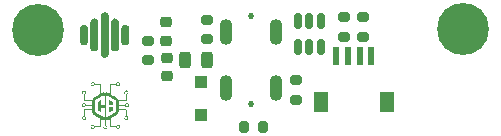
<source format=gbr>
%TF.GenerationSoftware,KiCad,Pcbnew,(6.0.8)*%
%TF.CreationDate,2022-11-05T10:38:12+01:00*%
%TF.ProjectId,daughterboard,64617567-6874-4657-9262-6f6172642e6b,1.0*%
%TF.SameCoordinates,Original*%
%TF.FileFunction,Soldermask,Top*%
%TF.FilePolarity,Negative*%
%FSLAX46Y46*%
G04 Gerber Fmt 4.6, Leading zero omitted, Abs format (unit mm)*
G04 Created by KiCad (PCBNEW (6.0.8)) date 2022-11-05 10:38:12*
%MOMM*%
%LPD*%
G01*
G04 APERTURE LIST*
G04 Aperture macros list*
%AMRoundRect*
0 Rectangle with rounded corners*
0 $1 Rounding radius*
0 $2 $3 $4 $5 $6 $7 $8 $9 X,Y pos of 4 corners*
0 Add a 4 corners polygon primitive as box body*
4,1,4,$2,$3,$4,$5,$6,$7,$8,$9,$2,$3,0*
0 Add four circle primitives for the rounded corners*
1,1,$1+$1,$2,$3*
1,1,$1+$1,$4,$5*
1,1,$1+$1,$6,$7*
1,1,$1+$1,$8,$9*
0 Add four rect primitives between the rounded corners*
20,1,$1+$1,$2,$3,$4,$5,0*
20,1,$1+$1,$4,$5,$6,$7,0*
20,1,$1+$1,$6,$7,$8,$9,0*
20,1,$1+$1,$8,$9,$2,$3,0*%
G04 Aperture macros list end*
%ADD10R,0.600000X1.550000*%
%ADD11R,1.200000X1.800000*%
%ADD12RoundRect,0.225000X0.250000X-0.225000X0.250000X0.225000X-0.250000X0.225000X-0.250000X-0.225000X0*%
%ADD13R,1.100000X1.100000*%
%ADD14RoundRect,0.170000X0.330000X-0.255000X0.330000X0.255000X-0.330000X0.255000X-0.330000X-0.255000X0*%
%ADD15RoundRect,0.150000X0.150000X-0.512500X0.150000X0.512500X-0.150000X0.512500X-0.150000X-0.512500X0*%
%ADD16RoundRect,0.170000X0.255000X0.330000X-0.255000X0.330000X-0.255000X-0.330000X0.255000X-0.330000X0*%
%ADD17RoundRect,0.200000X-0.275000X0.200000X-0.275000X-0.200000X0.275000X-0.200000X0.275000X0.200000X0*%
%ADD18RoundRect,0.243750X0.243750X0.456250X-0.243750X0.456250X-0.243750X-0.456250X0.243750X-0.456250X0*%
%ADD19C,4.400000*%
%ADD20RoundRect,0.225000X-0.250000X0.225000X-0.250000X-0.225000X0.250000X-0.225000X0.250000X0.225000X0*%
%ADD21RoundRect,0.200000X0.275000X-0.200000X0.275000X0.200000X-0.275000X0.200000X-0.275000X-0.200000X0*%
%ADD22O,1.100000X2.200000*%
%ADD23C,0.520000*%
G04 APERTURE END LIST*
%TO.C,G\u002A\u002A\u002A*%
G36*
X90558000Y-60037813D02*
G01*
X90563126Y-60040054D01*
X90574659Y-60045267D01*
X90591746Y-60053061D01*
X90613533Y-60063045D01*
X90639168Y-60074828D01*
X90667799Y-60088020D01*
X90698572Y-60102229D01*
X90700000Y-60102889D01*
X90835000Y-60165297D01*
X90835000Y-60432000D01*
X90551000Y-60432000D01*
X90551000Y-60233572D01*
X90551012Y-60188602D01*
X90551066Y-60150991D01*
X90551183Y-60120094D01*
X90551387Y-60095271D01*
X90551700Y-60075877D01*
X90552146Y-60061271D01*
X90552748Y-60050811D01*
X90553528Y-60043853D01*
X90554510Y-60039756D01*
X90555716Y-60037877D01*
X90557170Y-60037573D01*
X90558000Y-60037813D01*
G37*
G36*
X91826890Y-59360035D02*
G01*
X91836379Y-59324589D01*
X91851594Y-59293756D01*
X91871669Y-59267671D01*
X91895737Y-59246467D01*
X91922934Y-59230280D01*
X91952393Y-59219246D01*
X91983249Y-59213498D01*
X92014636Y-59213171D01*
X92045688Y-59218401D01*
X92075539Y-59229323D01*
X92103324Y-59246070D01*
X92128177Y-59268779D01*
X92149232Y-59297583D01*
X92155410Y-59308865D01*
X92168289Y-59342586D01*
X92173793Y-59377068D01*
X92172327Y-59411317D01*
X92164297Y-59444338D01*
X92150106Y-59475135D01*
X92130161Y-59502716D01*
X92104865Y-59526084D01*
X92074624Y-59544246D01*
X92056685Y-59551436D01*
X92033000Y-59559430D01*
X92029000Y-60071822D01*
X92006820Y-60094000D01*
X91337000Y-60096140D01*
X91335791Y-60264098D01*
X91334583Y-60432057D01*
X91597068Y-60431028D01*
X91859552Y-60430000D01*
X91866340Y-60409947D01*
X91881675Y-60376083D01*
X91902678Y-60346961D01*
X91928459Y-60323128D01*
X91958129Y-60305132D01*
X91990799Y-60293519D01*
X92025580Y-60288836D01*
X92059352Y-60291233D01*
X92095413Y-60301158D01*
X92127748Y-60317548D01*
X92155574Y-60339700D01*
X92178105Y-60366913D01*
X92194556Y-60398483D01*
X92200830Y-60417840D01*
X92206439Y-60454397D01*
X92204607Y-60489954D01*
X92195894Y-60523654D01*
X92180856Y-60554637D01*
X92160053Y-60582044D01*
X92134042Y-60605016D01*
X92103382Y-60622695D01*
X92068631Y-60634221D01*
X92058964Y-60636109D01*
X92023984Y-60638084D01*
X91989561Y-60632696D01*
X91956850Y-60620560D01*
X91927006Y-60602289D01*
X91901184Y-60578499D01*
X91880539Y-60549804D01*
X91874362Y-60537893D01*
X91862245Y-60511999D01*
X91599252Y-60512000D01*
X91336259Y-60512000D01*
X91333641Y-60581000D01*
X91332802Y-60607700D01*
X91332074Y-60639643D01*
X91331501Y-60674073D01*
X91331132Y-60708234D01*
X91331012Y-60736933D01*
X91331000Y-60823866D01*
X92006820Y-60826000D01*
X92017910Y-60837088D01*
X92029000Y-60848177D01*
X92031000Y-61110373D01*
X92033000Y-61372568D01*
X92056685Y-61380563D01*
X92089338Y-61395579D01*
X92117570Y-61416555D01*
X92140772Y-61442481D01*
X92158341Y-61472350D01*
X92169670Y-61505154D01*
X92174153Y-61539884D01*
X92171802Y-61572139D01*
X92162099Y-61607570D01*
X92146442Y-61638684D01*
X92125722Y-61665192D01*
X92100832Y-61686804D01*
X92072662Y-61703233D01*
X92042106Y-61714188D01*
X92010053Y-61719382D01*
X91977397Y-61718524D01*
X91945029Y-61711325D01*
X91913839Y-61697497D01*
X91884721Y-61676751D01*
X91875558Y-61668177D01*
X91852925Y-61640301D01*
X91837108Y-61609552D01*
X91827940Y-61576955D01*
X91825251Y-61543534D01*
X91825809Y-61538417D01*
X91891340Y-61538417D01*
X91893881Y-61565319D01*
X91902708Y-61590122D01*
X91917067Y-61611780D01*
X91936202Y-61629247D01*
X91959358Y-61641476D01*
X91985779Y-61647420D01*
X91995000Y-61647824D01*
X92017384Y-61645328D01*
X92035000Y-61639685D01*
X92058841Y-61625013D01*
X92077633Y-61605549D01*
X92090838Y-61582603D01*
X92097917Y-61557486D01*
X92098334Y-61531506D01*
X92091551Y-61505974D01*
X92090685Y-61504000D01*
X92075396Y-61479212D01*
X92055096Y-61460056D01*
X92030931Y-61447057D01*
X92004049Y-61440739D01*
X91975596Y-61441628D01*
X91961464Y-61444843D01*
X91946798Y-61452000D01*
X91930785Y-61464237D01*
X91915552Y-61479428D01*
X91903226Y-61495447D01*
X91895932Y-61510166D01*
X91895843Y-61510464D01*
X91891340Y-61538417D01*
X91825809Y-61538417D01*
X91828871Y-61510314D01*
X91838632Y-61478319D01*
X91854363Y-61448574D01*
X91875896Y-61422104D01*
X91903061Y-61399932D01*
X91921637Y-61389294D01*
X91951000Y-61374783D01*
X91951000Y-60904000D01*
X91332245Y-60904000D01*
X91329780Y-60961000D01*
X91325500Y-61015304D01*
X91317448Y-61063586D01*
X91305322Y-61107032D01*
X91288817Y-61146829D01*
X91276458Y-61169841D01*
X91260636Y-61193155D01*
X91239959Y-61218248D01*
X91216513Y-61242925D01*
X91192388Y-61264991D01*
X91169670Y-61282249D01*
X91169396Y-61282430D01*
X91161977Y-61287058D01*
X91148271Y-61295333D01*
X91128908Y-61306883D01*
X91104519Y-61321336D01*
X91075734Y-61338320D01*
X91043184Y-61357464D01*
X91007500Y-61378395D01*
X90969311Y-61400744D01*
X90929249Y-61424137D01*
X90905396Y-61438041D01*
X90665000Y-61578082D01*
X90662954Y-62248000D01*
X90893102Y-62248000D01*
X90941894Y-62247988D01*
X90983298Y-62247940D01*
X91017923Y-62247838D01*
X91046381Y-62247663D01*
X91069283Y-62247397D01*
X91087240Y-62247021D01*
X91100863Y-62246518D01*
X91110763Y-62245868D01*
X91117552Y-62245053D01*
X91121839Y-62244056D01*
X91124235Y-62242856D01*
X91125353Y-62241437D01*
X91125520Y-62241000D01*
X91134399Y-62219387D01*
X91146781Y-62196733D01*
X91160757Y-62176250D01*
X91171190Y-62164190D01*
X91199170Y-62141391D01*
X91229812Y-62125501D01*
X91262157Y-62116297D01*
X91295241Y-62113557D01*
X91328105Y-62117056D01*
X91359785Y-62126573D01*
X91389322Y-62141884D01*
X91415753Y-62162767D01*
X91438118Y-62188999D01*
X91455454Y-62220356D01*
X91459651Y-62231067D01*
X91465838Y-62256911D01*
X91468048Y-62286319D01*
X91466282Y-62315917D01*
X91460540Y-62342326D01*
X91459651Y-62344932D01*
X91443999Y-62377802D01*
X91422688Y-62406003D01*
X91396706Y-62429066D01*
X91367042Y-62446524D01*
X91334682Y-62457909D01*
X91300617Y-62462754D01*
X91265833Y-62460589D01*
X91233748Y-62451892D01*
X91200252Y-62435039D01*
X91171671Y-62412016D01*
X91148540Y-62383349D01*
X91132629Y-62352676D01*
X91123413Y-62330000D01*
X90607177Y-62326000D01*
X90596088Y-62314910D01*
X90585000Y-62303820D01*
X90584957Y-62296566D01*
X91189156Y-62296566D01*
X91193745Y-62322207D01*
X91204332Y-62345560D01*
X91220276Y-62365590D01*
X91240937Y-62381260D01*
X91265676Y-62391537D01*
X91293853Y-62395385D01*
X91295000Y-62395391D01*
X91310158Y-62394512D01*
X91324164Y-62392275D01*
X91329736Y-62390695D01*
X91355246Y-62377309D01*
X91375910Y-62358331D01*
X91390893Y-62334945D01*
X91399355Y-62308335D01*
X91400963Y-62290000D01*
X91397265Y-62261693D01*
X91386784Y-62236464D01*
X91370440Y-62215228D01*
X91349150Y-62198897D01*
X91323834Y-62188386D01*
X91295410Y-62184609D01*
X91295000Y-62184608D01*
X91265963Y-62188262D01*
X91240300Y-62198902D01*
X91218795Y-62216049D01*
X91202232Y-62239220D01*
X91200529Y-62242557D01*
X91191204Y-62269671D01*
X91189156Y-62296566D01*
X90584957Y-62296566D01*
X90583000Y-61964438D01*
X90581000Y-61625055D01*
X90547000Y-61645546D01*
X90509963Y-61664811D01*
X90469371Y-61680549D01*
X90426753Y-61692503D01*
X90383636Y-61700417D01*
X90341550Y-61704034D01*
X90302022Y-61703100D01*
X90266581Y-61697356D01*
X90256000Y-61694348D01*
X90247000Y-61691460D01*
X90247000Y-61925855D01*
X90247011Y-61975129D01*
X90247058Y-62017008D01*
X90247157Y-62052098D01*
X90247328Y-62081003D01*
X90247587Y-62104331D01*
X90247953Y-62122685D01*
X90248443Y-62136671D01*
X90249076Y-62146894D01*
X90249869Y-62153961D01*
X90250840Y-62158476D01*
X90252008Y-62161044D01*
X90253390Y-62162271D01*
X90254000Y-62162520D01*
X90289395Y-62177874D01*
X90319950Y-62199089D01*
X90345070Y-62225475D01*
X90364160Y-62256340D01*
X90376625Y-62290995D01*
X90380082Y-62308786D01*
X90381331Y-62344194D01*
X90375271Y-62378332D01*
X90362585Y-62410284D01*
X90343955Y-62439134D01*
X90320064Y-62463966D01*
X90291596Y-62483865D01*
X90259233Y-62497916D01*
X90234655Y-62503776D01*
X90219150Y-62506166D01*
X90208232Y-62507205D01*
X90198603Y-62506898D01*
X90186968Y-62505251D01*
X90179000Y-62503861D01*
X90143783Y-62493877D01*
X90112240Y-62477594D01*
X90085009Y-62455890D01*
X90062730Y-62429641D01*
X90046040Y-62399721D01*
X90035579Y-62367008D01*
X90031985Y-62332377D01*
X90032814Y-62322417D01*
X90107340Y-62322417D01*
X90109881Y-62349319D01*
X90118708Y-62374122D01*
X90133067Y-62395780D01*
X90152202Y-62413247D01*
X90175358Y-62425476D01*
X90201779Y-62431420D01*
X90211000Y-62431824D01*
X90233384Y-62429328D01*
X90251000Y-62423685D01*
X90274841Y-62409013D01*
X90293633Y-62389549D01*
X90306838Y-62366603D01*
X90313917Y-62341486D01*
X90314334Y-62315506D01*
X90307551Y-62289974D01*
X90306685Y-62288000D01*
X90291396Y-62263212D01*
X90271096Y-62244056D01*
X90246931Y-62231057D01*
X90220049Y-62224739D01*
X90191596Y-62225628D01*
X90177464Y-62228843D01*
X90162798Y-62236000D01*
X90146785Y-62248237D01*
X90131552Y-62263428D01*
X90119226Y-62279447D01*
X90111932Y-62294166D01*
X90111843Y-62294464D01*
X90107340Y-62322417D01*
X90032814Y-62322417D01*
X90034237Y-62305328D01*
X90044088Y-62269394D01*
X90060814Y-62236944D01*
X90083783Y-62208693D01*
X90112361Y-62185362D01*
X90145918Y-62167667D01*
X90160000Y-62162520D01*
X90161485Y-62161649D01*
X90162744Y-62159669D01*
X90163797Y-62155968D01*
X90164661Y-62149934D01*
X90165355Y-62140957D01*
X90165897Y-62128424D01*
X90166306Y-62111724D01*
X90166600Y-62090245D01*
X90166798Y-62063377D01*
X90166918Y-62030507D01*
X90166979Y-61991024D01*
X90166999Y-61944316D01*
X90167000Y-61930493D01*
X90167000Y-61700735D01*
X90146910Y-61707159D01*
X90126716Y-61710761D01*
X90100793Y-61710937D01*
X90070523Y-61707931D01*
X90037288Y-61701983D01*
X90002469Y-61693337D01*
X89967448Y-61682233D01*
X89937000Y-61670383D01*
X89917944Y-61661853D01*
X89899277Y-61652851D01*
X89883705Y-61644713D01*
X89877000Y-61640815D01*
X89857000Y-61628360D01*
X89853000Y-62303820D01*
X89830822Y-62326000D01*
X89568633Y-62328000D01*
X89306445Y-62330000D01*
X89299658Y-62350052D01*
X89284342Y-62383872D01*
X89263358Y-62412974D01*
X89237601Y-62436807D01*
X89207965Y-62454819D01*
X89175346Y-62466460D01*
X89140637Y-62471179D01*
X89106860Y-62468802D01*
X89071341Y-62459088D01*
X89040161Y-62443430D01*
X89013607Y-62422717D01*
X88991968Y-62397837D01*
X88975531Y-62369679D01*
X88964585Y-62339132D01*
X88959417Y-62307085D01*
X88959707Y-62296566D01*
X89029156Y-62296566D01*
X89033745Y-62322207D01*
X89044332Y-62345560D01*
X89060276Y-62365590D01*
X89080937Y-62381260D01*
X89105676Y-62391537D01*
X89133853Y-62395385D01*
X89135000Y-62395391D01*
X89150158Y-62394512D01*
X89164164Y-62392275D01*
X89169736Y-62390695D01*
X89195437Y-62377323D01*
X89215850Y-62358776D01*
X89230499Y-62336227D01*
X89238913Y-62310850D01*
X89240617Y-62283819D01*
X89235139Y-62256306D01*
X89229470Y-62242557D01*
X89213589Y-62218658D01*
X89192666Y-62200722D01*
X89167486Y-62189232D01*
X89138833Y-62184668D01*
X89135000Y-62184608D01*
X89105963Y-62188262D01*
X89080300Y-62198902D01*
X89058795Y-62216049D01*
X89042232Y-62239220D01*
X89040529Y-62242557D01*
X89031204Y-62269671D01*
X89029156Y-62296566D01*
X88959707Y-62296566D01*
X88960316Y-62274426D01*
X88967570Y-62242043D01*
X88981467Y-62210826D01*
X89002295Y-62181663D01*
X89010822Y-62172558D01*
X89038698Y-62149925D01*
X89069447Y-62134108D01*
X89102044Y-62124940D01*
X89135465Y-62122251D01*
X89168685Y-62125871D01*
X89200680Y-62135632D01*
X89230425Y-62151363D01*
X89256895Y-62172896D01*
X89279067Y-62200061D01*
X89289705Y-62218637D01*
X89304216Y-62248000D01*
X89779045Y-62248000D01*
X89778022Y-61915145D01*
X89777000Y-61582290D01*
X89532427Y-61446145D01*
X89490996Y-61423044D01*
X89451102Y-61400730D01*
X89413380Y-61379561D01*
X89378464Y-61359896D01*
X89346989Y-61342095D01*
X89319587Y-61326517D01*
X89296892Y-61313520D01*
X89279540Y-61303464D01*
X89268164Y-61296707D01*
X89264427Y-61294358D01*
X89243160Y-61278379D01*
X89219876Y-61257965D01*
X89196917Y-61235387D01*
X89176627Y-61212917D01*
X89164672Y-61197644D01*
X89139906Y-61156698D01*
X89120310Y-61110804D01*
X89106267Y-61061426D01*
X89098162Y-61010028D01*
X89096380Y-60958074D01*
X89097250Y-60941000D01*
X89099951Y-60904000D01*
X88471000Y-60904000D01*
X88471000Y-61374783D01*
X88500362Y-61389294D01*
X88531202Y-61408724D01*
X88556513Y-61433249D01*
X88575964Y-61461883D01*
X88589228Y-61493644D01*
X88595975Y-61527545D01*
X88595875Y-61562604D01*
X88588599Y-61597834D01*
X88578557Y-61623118D01*
X88559915Y-61653091D01*
X88536308Y-61677671D01*
X88508774Y-61696714D01*
X88478351Y-61710076D01*
X88446078Y-61717614D01*
X88412992Y-61719185D01*
X88380132Y-61714645D01*
X88348535Y-61703851D01*
X88319241Y-61686659D01*
X88293288Y-61662926D01*
X88292973Y-61662569D01*
X88271271Y-61632396D01*
X88256741Y-61600161D01*
X88249134Y-61566792D01*
X88248456Y-61542403D01*
X88323304Y-61542403D01*
X88326533Y-61570081D01*
X88336396Y-61595171D01*
X88351876Y-61616706D01*
X88371955Y-61633723D01*
X88395617Y-61645255D01*
X88421845Y-61650337D01*
X88436757Y-61650056D01*
X88451904Y-61647093D01*
X88469009Y-61641553D01*
X88478199Y-61637588D01*
X88500986Y-61622187D01*
X88518368Y-61601435D01*
X88529694Y-61576414D01*
X88534316Y-61548207D01*
X88534391Y-61544000D01*
X88530737Y-61514963D01*
X88520097Y-61489300D01*
X88502950Y-61467795D01*
X88479779Y-61451232D01*
X88476442Y-61449529D01*
X88449414Y-61440255D01*
X88422536Y-61438240D01*
X88396860Y-61442846D01*
X88373437Y-61453435D01*
X88353319Y-61469371D01*
X88337555Y-61490015D01*
X88327198Y-61514731D01*
X88323304Y-61542403D01*
X88248456Y-61542403D01*
X88248201Y-61533217D01*
X88253694Y-61500363D01*
X88265363Y-61469159D01*
X88282960Y-61440530D01*
X88306237Y-61415406D01*
X88334943Y-61394714D01*
X88368831Y-61379381D01*
X88368947Y-61379341D01*
X88389000Y-61372554D01*
X88391000Y-61110366D01*
X88393000Y-60848177D01*
X88404089Y-60837088D01*
X88415179Y-60826000D01*
X89098999Y-60823868D01*
X89098999Y-60667934D01*
X89099000Y-60512000D01*
X88560216Y-60512000D01*
X88545705Y-60541362D01*
X88526275Y-60572202D01*
X88501750Y-60597513D01*
X88473116Y-60616964D01*
X88441355Y-60630228D01*
X88407454Y-60636975D01*
X88372395Y-60636875D01*
X88337165Y-60629599D01*
X88311881Y-60619557D01*
X88281908Y-60600915D01*
X88257328Y-60577308D01*
X88238285Y-60549774D01*
X88224923Y-60519351D01*
X88217385Y-60487078D01*
X88216886Y-60476566D01*
X88285156Y-60476566D01*
X88289745Y-60502207D01*
X88300332Y-60525560D01*
X88316276Y-60545590D01*
X88336937Y-60561260D01*
X88361676Y-60571537D01*
X88389853Y-60575385D01*
X88391000Y-60575391D01*
X88406158Y-60574512D01*
X88420164Y-60572275D01*
X88425736Y-60570695D01*
X88451437Y-60557323D01*
X88471850Y-60538776D01*
X88486499Y-60516227D01*
X88491814Y-60500196D01*
X89339137Y-60500196D01*
X89339138Y-60546000D01*
X89339140Y-60614493D01*
X89339160Y-60675476D01*
X89339220Y-60729436D01*
X89339341Y-60776862D01*
X89339546Y-60818242D01*
X89339857Y-60854066D01*
X89340295Y-60884822D01*
X89340882Y-60910999D01*
X89341640Y-60933086D01*
X89342591Y-60951570D01*
X89343756Y-60966941D01*
X89345158Y-60979688D01*
X89346819Y-60990299D01*
X89348759Y-60999263D01*
X89351002Y-61007068D01*
X89353569Y-61014203D01*
X89356481Y-61021158D01*
X89359761Y-61028419D01*
X89360806Y-61030701D01*
X89365809Y-61040879D01*
X89371414Y-61050311D01*
X89378198Y-61059413D01*
X89386738Y-61068604D01*
X89397610Y-61078302D01*
X89411392Y-61088925D01*
X89428660Y-61100890D01*
X89449992Y-61114616D01*
X89475964Y-61130520D01*
X89507153Y-61149021D01*
X89544137Y-61170536D01*
X89587492Y-61195484D01*
X89591228Y-61197626D01*
X89626061Y-61217627D01*
X89659369Y-61236809D01*
X89690389Y-61254730D01*
X89718358Y-61270947D01*
X89742516Y-61285016D01*
X89762100Y-61296496D01*
X89776347Y-61304942D01*
X89784497Y-61309913D01*
X89785000Y-61310236D01*
X89792548Y-61314820D01*
X89805792Y-61322529D01*
X89823758Y-61332819D01*
X89845474Y-61345146D01*
X89869968Y-61358969D01*
X89896268Y-61373743D01*
X89923400Y-61388926D01*
X89950393Y-61403975D01*
X89976274Y-61418346D01*
X90000070Y-61431496D01*
X90020810Y-61442882D01*
X90037521Y-61451962D01*
X90049230Y-61458191D01*
X90054966Y-61461027D01*
X90055000Y-61461040D01*
X90067132Y-61463329D01*
X90083035Y-61463360D01*
X90098861Y-61461313D01*
X90108315Y-61458543D01*
X90124098Y-61448230D01*
X90137542Y-61432628D01*
X90146361Y-61414449D01*
X90146823Y-61412875D01*
X90147629Y-61405843D01*
X90148350Y-61390909D01*
X90148986Y-61368169D01*
X90149536Y-61337720D01*
X90149999Y-61299661D01*
X90150374Y-61254088D01*
X90150660Y-61201097D01*
X90150855Y-61140787D01*
X90150959Y-61073255D01*
X90150977Y-61031000D01*
X90151000Y-60664000D01*
X89879246Y-60664000D01*
X89877000Y-61007362D01*
X89867360Y-61017620D01*
X89853563Y-61027459D01*
X89836398Y-61030782D01*
X89815195Y-61027677D01*
X89807778Y-61025450D01*
X89798099Y-61021507D01*
X89782631Y-61014296D01*
X89762584Y-61004422D01*
X89739169Y-60992493D01*
X89713596Y-60979114D01*
X89690000Y-60966477D01*
X89595000Y-60915027D01*
X89595000Y-60542604D01*
X90283006Y-60542604D01*
X90283009Y-60641389D01*
X90283019Y-60732489D01*
X90283037Y-60816221D01*
X90283068Y-60892900D01*
X90283112Y-60962841D01*
X90283173Y-61026362D01*
X90283252Y-61083776D01*
X90283354Y-61135400D01*
X90283479Y-61181550D01*
X90283630Y-61222541D01*
X90283811Y-61258689D01*
X90284022Y-61290310D01*
X90284268Y-61317719D01*
X90284550Y-61341232D01*
X90284871Y-61361165D01*
X90285234Y-61377834D01*
X90285640Y-61391553D01*
X90286092Y-61402640D01*
X90286593Y-61411409D01*
X90287146Y-61418176D01*
X90287752Y-61423257D01*
X90288415Y-61426968D01*
X90289136Y-61429624D01*
X90289919Y-61431541D01*
X90290006Y-61431715D01*
X90302725Y-61448473D01*
X90320063Y-61459853D01*
X90340260Y-61465303D01*
X90361554Y-61464269D01*
X90377000Y-61458998D01*
X90381566Y-61456471D01*
X90392560Y-61450228D01*
X90409484Y-61440558D01*
X90431839Y-61427746D01*
X90459126Y-61412079D01*
X90490845Y-61393845D01*
X90526499Y-61373330D01*
X90565588Y-61350820D01*
X90607614Y-61326603D01*
X90652078Y-61300965D01*
X90698480Y-61274193D01*
X90704772Y-61270561D01*
X90763082Y-61236865D01*
X90814781Y-61206895D01*
X90860224Y-61180439D01*
X90899764Y-61157284D01*
X90933753Y-61137219D01*
X90962546Y-61120031D01*
X90986496Y-61105508D01*
X91005956Y-61093438D01*
X91021280Y-61083608D01*
X91032821Y-61075806D01*
X91040932Y-61069820D01*
X91045396Y-61066000D01*
X91051284Y-61060447D01*
X91056457Y-61055451D01*
X91060967Y-61050485D01*
X91064866Y-61045018D01*
X91068204Y-61038522D01*
X91071035Y-61030469D01*
X91073409Y-61020330D01*
X91075379Y-61007576D01*
X91076997Y-60991679D01*
X91078313Y-60972109D01*
X91079381Y-60948338D01*
X91080251Y-60919837D01*
X91080975Y-60886079D01*
X91081606Y-60846533D01*
X91082195Y-60800671D01*
X91082793Y-60747964D01*
X91083453Y-60687885D01*
X91083585Y-60676000D01*
X91084160Y-60621332D01*
X91084677Y-60565817D01*
X91085131Y-60510440D01*
X91085372Y-60476566D01*
X91925156Y-60476566D01*
X91929745Y-60502207D01*
X91940332Y-60525560D01*
X91956276Y-60545590D01*
X91976937Y-60561260D01*
X92001676Y-60571537D01*
X92029853Y-60575385D01*
X92031000Y-60575391D01*
X92046158Y-60574512D01*
X92060164Y-60572275D01*
X92065736Y-60570695D01*
X92091246Y-60557309D01*
X92111910Y-60538331D01*
X92126893Y-60514945D01*
X92135355Y-60488335D01*
X92136963Y-60470000D01*
X92133265Y-60441693D01*
X92122784Y-60416464D01*
X92106440Y-60395228D01*
X92085150Y-60378897D01*
X92059834Y-60368386D01*
X92031410Y-60364609D01*
X92031000Y-60364608D01*
X92001963Y-60368262D01*
X91976300Y-60378902D01*
X91954795Y-60396049D01*
X91938232Y-60419220D01*
X91936529Y-60422557D01*
X91927204Y-60449671D01*
X91925156Y-60476566D01*
X91085372Y-60476566D01*
X91085517Y-60456187D01*
X91085830Y-60404044D01*
X91086064Y-60354996D01*
X91086214Y-60310028D01*
X91086275Y-60270126D01*
X91086241Y-60236275D01*
X91086111Y-60210000D01*
X91085806Y-60172852D01*
X91085501Y-60142812D01*
X91085136Y-60118986D01*
X91084650Y-60100480D01*
X91083981Y-60086403D01*
X91083068Y-60075862D01*
X91081851Y-60067962D01*
X91080269Y-60061812D01*
X91078259Y-60056519D01*
X91075762Y-60051189D01*
X91075179Y-60050000D01*
X91071609Y-60042902D01*
X91067935Y-60036327D01*
X91063733Y-60030003D01*
X91058581Y-60023661D01*
X91052058Y-60017029D01*
X91043741Y-60009836D01*
X91033207Y-60001812D01*
X91020035Y-59992686D01*
X91003803Y-59982188D01*
X90984087Y-59970046D01*
X90960467Y-59955990D01*
X90932519Y-59939749D01*
X90899822Y-59921053D01*
X90861953Y-59899630D01*
X90818490Y-59875211D01*
X90769011Y-59847523D01*
X90713093Y-59816297D01*
X90694674Y-59806018D01*
X90639273Y-59775105D01*
X90590412Y-59747863D01*
X90547647Y-59724060D01*
X90510537Y-59703464D01*
X90478637Y-59685843D01*
X90451503Y-59670965D01*
X90428694Y-59658599D01*
X90409765Y-59648511D01*
X90394274Y-59640471D01*
X90381776Y-59634246D01*
X90371830Y-59629605D01*
X90363990Y-59626315D01*
X90357815Y-59624145D01*
X90352861Y-59622862D01*
X90348684Y-59622236D01*
X90344842Y-59622033D01*
X90343000Y-59622018D01*
X90320910Y-59625094D01*
X90303708Y-59634453D01*
X90291161Y-59650234D01*
X90289493Y-59653525D01*
X90288758Y-59655546D01*
X90288080Y-59658597D01*
X90287457Y-59662990D01*
X90286887Y-59669038D01*
X90286367Y-59677055D01*
X90285895Y-59687353D01*
X90285468Y-59700246D01*
X90285085Y-59716045D01*
X90284744Y-59735065D01*
X90284441Y-59757617D01*
X90284175Y-59784016D01*
X90283943Y-59814574D01*
X90283743Y-59849603D01*
X90283573Y-59889418D01*
X90283431Y-59934330D01*
X90283314Y-59984653D01*
X90283219Y-60040700D01*
X90283145Y-60102784D01*
X90283090Y-60171217D01*
X90283050Y-60246313D01*
X90283025Y-60328384D01*
X90283011Y-60417743D01*
X90283006Y-60514705D01*
X90283006Y-60542604D01*
X89595000Y-60542604D01*
X89595000Y-60172815D01*
X89686610Y-60122386D01*
X89712273Y-60108324D01*
X89736537Y-60095147D01*
X89758242Y-60083477D01*
X89776226Y-60073936D01*
X89789328Y-60067145D01*
X89795610Y-60064066D01*
X89811545Y-60058961D01*
X89829414Y-60056437D01*
X89846170Y-60056681D01*
X89858769Y-60059884D01*
X89859221Y-60060118D01*
X89863872Y-60062859D01*
X89867730Y-60066136D01*
X89870871Y-60070672D01*
X89873366Y-60077189D01*
X89875292Y-60086412D01*
X89876721Y-60099063D01*
X89877726Y-60115864D01*
X89878383Y-60137540D01*
X89878765Y-60164813D01*
X89878945Y-60198407D01*
X89878998Y-60239043D01*
X89879000Y-60253801D01*
X89879000Y-60420000D01*
X90151000Y-60420000D01*
X90150977Y-60055000D01*
X90150931Y-59983196D01*
X90150800Y-59919253D01*
X90150584Y-59863034D01*
X90150280Y-59814398D01*
X90149887Y-59773207D01*
X90149404Y-59739324D01*
X90148828Y-59712609D01*
X90148158Y-59692924D01*
X90147393Y-59680131D01*
X90146606Y-59674335D01*
X90137161Y-59653075D01*
X90122633Y-59636441D01*
X90104359Y-59625394D01*
X90083681Y-59620893D01*
X90072801Y-59621406D01*
X90064804Y-59623991D01*
X90050740Y-59630161D01*
X90031449Y-59639464D01*
X90007771Y-59651451D01*
X89980548Y-59665671D01*
X89950619Y-59681673D01*
X89918825Y-59699006D01*
X89886006Y-59717220D01*
X89853002Y-59735864D01*
X89820655Y-59754487D01*
X89789804Y-59772638D01*
X89781000Y-59777904D01*
X89767159Y-59786120D01*
X89747382Y-59797722D01*
X89722677Y-59812125D01*
X89694054Y-59828744D01*
X89662520Y-59846993D01*
X89629085Y-59866287D01*
X89594758Y-59886042D01*
X89577000Y-59896239D01*
X89535651Y-59920037D01*
X89500664Y-59940405D01*
X89471412Y-59957807D01*
X89447269Y-59972708D01*
X89427609Y-59985573D01*
X89411805Y-59996867D01*
X89399231Y-60007054D01*
X89389261Y-60016599D01*
X89381268Y-60025967D01*
X89374627Y-60035623D01*
X89368711Y-60046030D01*
X89364819Y-60053701D01*
X89360812Y-60061821D01*
X89357245Y-60069291D01*
X89354092Y-60076601D01*
X89351327Y-60084240D01*
X89348926Y-60092699D01*
X89346863Y-60102468D01*
X89345112Y-60114036D01*
X89343647Y-60127894D01*
X89342443Y-60144531D01*
X89341475Y-60164438D01*
X89340717Y-60188105D01*
X89340143Y-60216021D01*
X89339727Y-60248676D01*
X89339445Y-60286561D01*
X89339271Y-60330166D01*
X89339178Y-60379980D01*
X89339142Y-60436493D01*
X89339137Y-60500196D01*
X88491814Y-60500196D01*
X88494913Y-60490850D01*
X88496617Y-60463819D01*
X88491139Y-60436306D01*
X88485470Y-60422557D01*
X88469589Y-60398658D01*
X88448666Y-60380722D01*
X88423486Y-60369232D01*
X88394833Y-60364668D01*
X88391000Y-60364608D01*
X88361963Y-60368262D01*
X88336300Y-60378902D01*
X88314795Y-60396049D01*
X88298232Y-60419220D01*
X88296529Y-60422557D01*
X88287204Y-60449671D01*
X88285156Y-60476566D01*
X88216886Y-60476566D01*
X88215814Y-60453992D01*
X88220354Y-60421132D01*
X88231148Y-60389535D01*
X88248340Y-60360241D01*
X88272073Y-60334288D01*
X88272430Y-60333973D01*
X88302604Y-60312271D01*
X88334839Y-60297740D01*
X88368208Y-60290133D01*
X88401783Y-60289201D01*
X88434636Y-60294694D01*
X88465841Y-60306364D01*
X88494469Y-60323961D01*
X88519593Y-60347238D01*
X88540286Y-60375946D01*
X88555621Y-60409835D01*
X88555659Y-60409947D01*
X88562447Y-60430000D01*
X88830723Y-60431028D01*
X89099000Y-60432056D01*
X89098999Y-60264094D01*
X89098999Y-60096131D01*
X88757089Y-60095065D01*
X88415179Y-60094000D01*
X88404089Y-60082911D01*
X88393000Y-60071822D01*
X88391000Y-59815633D01*
X88389000Y-59559445D01*
X88368947Y-59552658D01*
X88335084Y-59537325D01*
X88305963Y-59516323D01*
X88282131Y-59490543D01*
X88264134Y-59460873D01*
X88252520Y-59428204D01*
X88247836Y-59393424D01*
X88247897Y-59392566D01*
X88321156Y-59392566D01*
X88325745Y-59418207D01*
X88336332Y-59441560D01*
X88352276Y-59461590D01*
X88372937Y-59477260D01*
X88397676Y-59487537D01*
X88425853Y-59491385D01*
X88427000Y-59491391D01*
X88442158Y-59490512D01*
X88456164Y-59488275D01*
X88461736Y-59486695D01*
X88487437Y-59473323D01*
X88507850Y-59454776D01*
X88522499Y-59432227D01*
X88530913Y-59406850D01*
X88532617Y-59379819D01*
X88527139Y-59352306D01*
X88521470Y-59338557D01*
X88505589Y-59314658D01*
X88484666Y-59296722D01*
X88459486Y-59285232D01*
X88430833Y-59280668D01*
X88427000Y-59280608D01*
X88397963Y-59284262D01*
X88372300Y-59294902D01*
X88350795Y-59312049D01*
X88334232Y-59335220D01*
X88332529Y-59338557D01*
X88323204Y-59365671D01*
X88321156Y-59392566D01*
X88247897Y-59392566D01*
X88250233Y-59359647D01*
X88260158Y-59323586D01*
X88276548Y-59291251D01*
X88298700Y-59263425D01*
X88325913Y-59240894D01*
X88357483Y-59224443D01*
X88376840Y-59218169D01*
X88413397Y-59212560D01*
X88448954Y-59214392D01*
X88482654Y-59223105D01*
X88513637Y-59238143D01*
X88541044Y-59258946D01*
X88564016Y-59284957D01*
X88581695Y-59315617D01*
X88593221Y-59350368D01*
X88595109Y-59360035D01*
X88597084Y-59395015D01*
X88591696Y-59429438D01*
X88579560Y-59462149D01*
X88561289Y-59491993D01*
X88537499Y-59517815D01*
X88508804Y-59538460D01*
X88496893Y-59544637D01*
X88471000Y-59556754D01*
X88470999Y-59788400D01*
X88470999Y-60020047D01*
X88791180Y-60019023D01*
X89111360Y-60018000D01*
X89122180Y-59986000D01*
X89140438Y-59942227D01*
X89164622Y-59901984D01*
X89195266Y-59864598D01*
X89232902Y-59829398D01*
X89267191Y-59803212D01*
X89274730Y-59798289D01*
X89288537Y-59789692D01*
X89307981Y-59777799D01*
X89332434Y-59762989D01*
X89361264Y-59745640D01*
X89393843Y-59726130D01*
X89429540Y-59704838D01*
X89467725Y-59682142D01*
X89507769Y-59658421D01*
X89532296Y-59643930D01*
X89773000Y-59501861D01*
X89774019Y-59114930D01*
X89775039Y-58728000D01*
X89311754Y-58728000D01*
X89299571Y-58754034D01*
X89280854Y-58785430D01*
X89257351Y-58811157D01*
X89230031Y-58831104D01*
X89199863Y-58845160D01*
X89167814Y-58853212D01*
X89134854Y-58855150D01*
X89101951Y-58850863D01*
X89070074Y-58840239D01*
X89040191Y-58823166D01*
X89013272Y-58799534D01*
X89003436Y-58788075D01*
X88988048Y-58765840D01*
X88977700Y-58743539D01*
X88971669Y-58718899D01*
X88969476Y-58692566D01*
X89037156Y-58692566D01*
X89041745Y-58718207D01*
X89052332Y-58741560D01*
X89068276Y-58761590D01*
X89088937Y-58777260D01*
X89113676Y-58787537D01*
X89141853Y-58791385D01*
X89143000Y-58791391D01*
X89158158Y-58790512D01*
X89172164Y-58788275D01*
X89177736Y-58786695D01*
X89203437Y-58773323D01*
X89223850Y-58754776D01*
X89238499Y-58732227D01*
X89246913Y-58706850D01*
X89248617Y-58679819D01*
X89243139Y-58652306D01*
X89237470Y-58638557D01*
X89221589Y-58614658D01*
X89200666Y-58596722D01*
X89175486Y-58585232D01*
X89146833Y-58580668D01*
X89143000Y-58580608D01*
X89113963Y-58584262D01*
X89088300Y-58594902D01*
X89066795Y-58612049D01*
X89050232Y-58635220D01*
X89048529Y-58638557D01*
X89039204Y-58665671D01*
X89037156Y-58692566D01*
X88969476Y-58692566D01*
X88969233Y-58689645D01*
X88969096Y-58680000D01*
X88969210Y-58660680D01*
X88969997Y-58646778D01*
X88971972Y-58635714D01*
X88975647Y-58624905D01*
X88981534Y-58611772D01*
X88983452Y-58607738D01*
X89003205Y-58574983D01*
X89028305Y-58548062D01*
X89058494Y-58527239D01*
X89065973Y-58523415D01*
X89080477Y-58516931D01*
X89093202Y-58512819D01*
X89107130Y-58510412D01*
X89125242Y-58509043D01*
X89131451Y-58508755D01*
X89161614Y-58508850D01*
X89186904Y-58512432D01*
X89209928Y-58520157D01*
X89233296Y-58532684D01*
X89237805Y-58535541D01*
X89264032Y-58556966D01*
X89286041Y-58583955D01*
X89302315Y-58614541D01*
X89305649Y-58623513D01*
X89314561Y-58650000D01*
X89569780Y-58652000D01*
X89624222Y-58652461D01*
X89671146Y-58652941D01*
X89711032Y-58653451D01*
X89744364Y-58654005D01*
X89771623Y-58654616D01*
X89793290Y-58655296D01*
X89809847Y-58656058D01*
X89821776Y-58656917D01*
X89829558Y-58657883D01*
X89833675Y-58658972D01*
X89833958Y-58659118D01*
X89837405Y-58661023D01*
X89840454Y-58662881D01*
X89843129Y-58665166D01*
X89845455Y-58668354D01*
X89847456Y-58672920D01*
X89849156Y-58679339D01*
X89850580Y-58688087D01*
X89851753Y-58699640D01*
X89852698Y-58714472D01*
X89853440Y-58733058D01*
X89854004Y-58755875D01*
X89854413Y-58783398D01*
X89854693Y-58816101D01*
X89854868Y-58854461D01*
X89854961Y-58898952D01*
X89854998Y-58950051D01*
X89855003Y-59008231D01*
X89855000Y-59069156D01*
X89855000Y-59450710D01*
X89898000Y-59429458D01*
X89946035Y-59408556D01*
X89993604Y-59393966D01*
X90043729Y-59384801D01*
X90054811Y-59383488D01*
X90082965Y-59381281D01*
X90108068Y-59381483D01*
X90132733Y-59384388D01*
X90159575Y-59390291D01*
X90188032Y-59398497D01*
X90222313Y-59409125D01*
X90247794Y-59398924D01*
X90288182Y-59386320D01*
X90329871Y-59380485D01*
X90373329Y-59381475D01*
X90419027Y-59389345D01*
X90467432Y-59404151D01*
X90519015Y-59425947D01*
X90532296Y-59432412D01*
X90549933Y-59441147D01*
X90564848Y-59448419D01*
X90575664Y-59453565D01*
X90581001Y-59455921D01*
X90581296Y-59456000D01*
X90581539Y-59452091D01*
X90581771Y-59440729D01*
X90581991Y-59422461D01*
X90582195Y-59397834D01*
X90582382Y-59367395D01*
X90582549Y-59331691D01*
X90582693Y-59291269D01*
X90582813Y-59246676D01*
X90582905Y-59198459D01*
X90582967Y-59147165D01*
X90582997Y-59093341D01*
X90583000Y-59072596D01*
X90583034Y-59000822D01*
X90583141Y-58936833D01*
X90583321Y-58880416D01*
X90583577Y-58831357D01*
X90583912Y-58789443D01*
X90584328Y-58754458D01*
X90584827Y-58726190D01*
X90585412Y-58704424D01*
X90586085Y-58688946D01*
X90586665Y-58681808D01*
X91187385Y-58681808D01*
X91189735Y-58707880D01*
X91198020Y-58731870D01*
X91211368Y-58752967D01*
X91228906Y-58770363D01*
X91249763Y-58783246D01*
X91273067Y-58790807D01*
X91297944Y-58792235D01*
X91323523Y-58786722D01*
X91331000Y-58783685D01*
X91354841Y-58769013D01*
X91373633Y-58749549D01*
X91386838Y-58726603D01*
X91393917Y-58701486D01*
X91394334Y-58675506D01*
X91387551Y-58649974D01*
X91386685Y-58648000D01*
X91371396Y-58623212D01*
X91351096Y-58604056D01*
X91326931Y-58591057D01*
X91300049Y-58584739D01*
X91271596Y-58585628D01*
X91257464Y-58588843D01*
X91242798Y-58596000D01*
X91226785Y-58608237D01*
X91211552Y-58623428D01*
X91199226Y-58639447D01*
X91191932Y-58654166D01*
X91191843Y-58654464D01*
X91187385Y-58681808D01*
X90586665Y-58681808D01*
X90586849Y-58679544D01*
X90587420Y-58676512D01*
X90593061Y-58666115D01*
X90600416Y-58658917D01*
X90600420Y-58658915D01*
X90604380Y-58657836D01*
X90612569Y-58656870D01*
X90625420Y-58656006D01*
X90643368Y-58655233D01*
X90666844Y-58654539D01*
X90696283Y-58653913D01*
X90732117Y-58653344D01*
X90774780Y-58652820D01*
X90824704Y-58652330D01*
X90864451Y-58652000D01*
X91119903Y-58650000D01*
X91127004Y-58627047D01*
X91141152Y-58593611D01*
X91161506Y-58565028D01*
X91188292Y-58541040D01*
X91218915Y-58522759D01*
X91230384Y-58517323D01*
X91239946Y-58513699D01*
X91249725Y-58511522D01*
X91261848Y-58510424D01*
X91278438Y-58510040D01*
X91292915Y-58510000D01*
X91313589Y-58510108D01*
X91328411Y-58510685D01*
X91339531Y-58512109D01*
X91349096Y-58514757D01*
X91359255Y-58519009D01*
X91368026Y-58523216D01*
X91399511Y-58542960D01*
X91425889Y-58568792D01*
X91446867Y-58600413D01*
X91450547Y-58607738D01*
X91457081Y-58621877D01*
X91461271Y-58633034D01*
X91463631Y-58643788D01*
X91464673Y-58656721D01*
X91464910Y-58674413D01*
X91464903Y-58680000D01*
X91463546Y-58709810D01*
X91459124Y-58734383D01*
X91450884Y-58756139D01*
X91438071Y-58777500D01*
X91431932Y-58785904D01*
X91407079Y-58812591D01*
X91378749Y-58832732D01*
X91347910Y-58846431D01*
X91315533Y-58853792D01*
X91282587Y-58854920D01*
X91250043Y-58849917D01*
X91218870Y-58838888D01*
X91190039Y-58821936D01*
X91164518Y-58799166D01*
X91143278Y-58770682D01*
X91134428Y-58754034D01*
X91122245Y-58728000D01*
X90658960Y-58728000D01*
X90661000Y-59505868D01*
X90897000Y-59642893D01*
X90937532Y-59666468D01*
X90976570Y-59689256D01*
X91013473Y-59710875D01*
X91047600Y-59730948D01*
X91078312Y-59749096D01*
X91104967Y-59764940D01*
X91126926Y-59778101D01*
X91143548Y-59788199D01*
X91154192Y-59794857D01*
X91157000Y-59796726D01*
X91201041Y-59832410D01*
X91239725Y-59873888D01*
X91272707Y-59920721D01*
X91299638Y-59972465D01*
X91305200Y-59985656D01*
X91318247Y-60018000D01*
X91634623Y-60019024D01*
X91951000Y-60020048D01*
X91951000Y-59556754D01*
X91925106Y-59544637D01*
X91894729Y-59526233D01*
X91869025Y-59502219D01*
X91848611Y-59473749D01*
X91834100Y-59441979D01*
X91826107Y-59408063D01*
X91825573Y-59386403D01*
X91887304Y-59386403D01*
X91890533Y-59414081D01*
X91900396Y-59439171D01*
X91915876Y-59460706D01*
X91935955Y-59477723D01*
X91959617Y-59489255D01*
X91985845Y-59494337D01*
X92000757Y-59494056D01*
X92015904Y-59491093D01*
X92033009Y-59485553D01*
X92042199Y-59481588D01*
X92064986Y-59466187D01*
X92082368Y-59445435D01*
X92093694Y-59420414D01*
X92098316Y-59392207D01*
X92098391Y-59388000D01*
X92094737Y-59358963D01*
X92084097Y-59333300D01*
X92066950Y-59311795D01*
X92043779Y-59295232D01*
X92040442Y-59293529D01*
X92013414Y-59284255D01*
X91986536Y-59282240D01*
X91960860Y-59286846D01*
X91937437Y-59297435D01*
X91917319Y-59313371D01*
X91901555Y-59334015D01*
X91891198Y-59358731D01*
X91887304Y-59386403D01*
X91825573Y-59386403D01*
X91825247Y-59373157D01*
X91826890Y-59360035D01*
G37*
G36*
X90833000Y-60925268D02*
G01*
X90695000Y-60990401D01*
X90664068Y-61004969D01*
X90635400Y-61018415D01*
X90609799Y-61030363D01*
X90588074Y-61040441D01*
X90571029Y-61048274D01*
X90559471Y-61053490D01*
X90554205Y-61055713D01*
X90554000Y-61055766D01*
X90553412Y-61051939D01*
X90552863Y-61040868D01*
X90552363Y-61023310D01*
X90551924Y-61000020D01*
X90551557Y-60971754D01*
X90551274Y-60939270D01*
X90551085Y-60903322D01*
X90551002Y-60864668D01*
X90551000Y-60856000D01*
X90551000Y-60656000D01*
X90835106Y-60656000D01*
X90833000Y-60925268D01*
G37*
G36*
X91957283Y-53645030D02*
G01*
X92024703Y-53662113D01*
X92085988Y-53691002D01*
X92139852Y-53730491D01*
X92185011Y-53779375D01*
X92220180Y-53836449D01*
X92244075Y-53900507D01*
X92248260Y-53918052D01*
X92250266Y-53934772D01*
X92252067Y-53964132D01*
X92253663Y-54004769D01*
X92255054Y-54055324D01*
X92256240Y-54114433D01*
X92257221Y-54180737D01*
X92257996Y-54252874D01*
X92258567Y-54329483D01*
X92258933Y-54409202D01*
X92259094Y-54490670D01*
X92259050Y-54572525D01*
X92258801Y-54653407D01*
X92258347Y-54731954D01*
X92257688Y-54806804D01*
X92256823Y-54876597D01*
X92255754Y-54939971D01*
X92254480Y-54995565D01*
X92253001Y-55042018D01*
X92251317Y-55077968D01*
X92249428Y-55102054D01*
X92248260Y-55109948D01*
X92227481Y-55175495D01*
X92194999Y-55234609D01*
X92152151Y-55285952D01*
X92100277Y-55328183D01*
X92040716Y-55359965D01*
X91979141Y-55379068D01*
X91933921Y-55386524D01*
X91893800Y-55387590D01*
X91851407Y-55382249D01*
X91834140Y-55378749D01*
X91769844Y-55357835D01*
X91711569Y-55325143D01*
X91660752Y-55282125D01*
X91618828Y-55230233D01*
X91587233Y-55170918D01*
X91568290Y-55109948D01*
X91566285Y-55093228D01*
X91564484Y-55063868D01*
X91562888Y-55023230D01*
X91561497Y-54972676D01*
X91560311Y-54913566D01*
X91559330Y-54847262D01*
X91558554Y-54775125D01*
X91557984Y-54698517D01*
X91557618Y-54618798D01*
X91557457Y-54537330D01*
X91557501Y-54455475D01*
X91557750Y-54374593D01*
X91558204Y-54296046D01*
X91558863Y-54221195D01*
X91559727Y-54151402D01*
X91560796Y-54088028D01*
X91562071Y-54032434D01*
X91563550Y-53985981D01*
X91565234Y-53950032D01*
X91567123Y-53925946D01*
X91568290Y-53918052D01*
X91588658Y-53853583D01*
X91620180Y-53795655D01*
X91661337Y-53745336D01*
X91710609Y-53703692D01*
X91766475Y-53671790D01*
X91827416Y-53650698D01*
X91891911Y-53641482D01*
X91957283Y-53645030D01*
G37*
G36*
X91115083Y-53125882D02*
G01*
X91175949Y-53147170D01*
X91231715Y-53179248D01*
X91280860Y-53221051D01*
X91321863Y-53271511D01*
X91353206Y-53329560D01*
X91373123Y-53392969D01*
X91374559Y-53406824D01*
X91375894Y-53433733D01*
X91377129Y-53472747D01*
X91378263Y-53522917D01*
X91379296Y-53583296D01*
X91380229Y-53652936D01*
X91381061Y-53730888D01*
X91381792Y-53816203D01*
X91382423Y-53907933D01*
X91382953Y-54005131D01*
X91383382Y-54106847D01*
X91383711Y-54212134D01*
X91383939Y-54320043D01*
X91384066Y-54429625D01*
X91384093Y-54539934D01*
X91384019Y-54650019D01*
X91383844Y-54758933D01*
X91383569Y-54865728D01*
X91383193Y-54969455D01*
X91382716Y-55069166D01*
X91382139Y-55163912D01*
X91381461Y-55252746D01*
X91380682Y-55334719D01*
X91379803Y-55408883D01*
X91378823Y-55474289D01*
X91377742Y-55529989D01*
X91376561Y-55575034D01*
X91375279Y-55608478D01*
X91373896Y-55629370D01*
X91373123Y-55635030D01*
X91352344Y-55700578D01*
X91319861Y-55759692D01*
X91277013Y-55811034D01*
X91225139Y-55853266D01*
X91165578Y-55885047D01*
X91104003Y-55904150D01*
X91058783Y-55911606D01*
X91018662Y-55912672D01*
X90976270Y-55907332D01*
X90959002Y-55903832D01*
X90894706Y-55882918D01*
X90836431Y-55850226D01*
X90785614Y-55807208D01*
X90743690Y-55755316D01*
X90712096Y-55696001D01*
X90693153Y-55635030D01*
X90691717Y-55621175D01*
X90690381Y-55594267D01*
X90689147Y-55555253D01*
X90688013Y-55505082D01*
X90686979Y-55444703D01*
X90686047Y-55375064D01*
X90685215Y-55297112D01*
X90684483Y-55211797D01*
X90683853Y-55120066D01*
X90683323Y-55022869D01*
X90682893Y-54921152D01*
X90682565Y-54815866D01*
X90682337Y-54707957D01*
X90682209Y-54598374D01*
X90682183Y-54488066D01*
X90682256Y-54377981D01*
X90682431Y-54269066D01*
X90682706Y-54162272D01*
X90683082Y-54058545D01*
X90683559Y-53958834D01*
X90684136Y-53864087D01*
X90684814Y-53775253D01*
X90685593Y-53693280D01*
X90686472Y-53619117D01*
X90687452Y-53553711D01*
X90688533Y-53498011D01*
X90689714Y-53452965D01*
X90690996Y-53419522D01*
X90692379Y-53398630D01*
X90693153Y-53392969D01*
X90713925Y-53327302D01*
X90746303Y-53268308D01*
X90789003Y-53217192D01*
X90840740Y-53175159D01*
X90900230Y-53143415D01*
X90966187Y-53123164D01*
X90984130Y-53119947D01*
X91050637Y-53116452D01*
X91115083Y-53125882D01*
G37*
G36*
X89364808Y-53125882D02*
G01*
X89425674Y-53147170D01*
X89481439Y-53179248D01*
X89530584Y-53221051D01*
X89571588Y-53271511D01*
X89602930Y-53329560D01*
X89622847Y-53392969D01*
X89624283Y-53406824D01*
X89625618Y-53433733D01*
X89626853Y-53472747D01*
X89627987Y-53522917D01*
X89629020Y-53583296D01*
X89629953Y-53652936D01*
X89630785Y-53730888D01*
X89631516Y-53816203D01*
X89632147Y-53907933D01*
X89632677Y-54005131D01*
X89633106Y-54106847D01*
X89633435Y-54212134D01*
X89633663Y-54320043D01*
X89633790Y-54429625D01*
X89633817Y-54539934D01*
X89633743Y-54650019D01*
X89633568Y-54758933D01*
X89633293Y-54865728D01*
X89632917Y-54969455D01*
X89632440Y-55069166D01*
X89631863Y-55163912D01*
X89631185Y-55252746D01*
X89630407Y-55334719D01*
X89629527Y-55408883D01*
X89628547Y-55474289D01*
X89627467Y-55529989D01*
X89626285Y-55575034D01*
X89625003Y-55608478D01*
X89623621Y-55629370D01*
X89622847Y-55635030D01*
X89602068Y-55700578D01*
X89569585Y-55759692D01*
X89526737Y-55811034D01*
X89474863Y-55853266D01*
X89415302Y-55885047D01*
X89353727Y-55904150D01*
X89308508Y-55911606D01*
X89268386Y-55912672D01*
X89225994Y-55907332D01*
X89208727Y-55903832D01*
X89144430Y-55882918D01*
X89086156Y-55850226D01*
X89035338Y-55807208D01*
X88993414Y-55755316D01*
X88961820Y-55696001D01*
X88942877Y-55635030D01*
X88941441Y-55621175D01*
X88940106Y-55594267D01*
X88938871Y-55555253D01*
X88937737Y-55505082D01*
X88936704Y-55444703D01*
X88935771Y-55375064D01*
X88934939Y-55297112D01*
X88934208Y-55211797D01*
X88933577Y-55120066D01*
X88933047Y-55022869D01*
X88932618Y-54921152D01*
X88932289Y-54815866D01*
X88932061Y-54707957D01*
X88931934Y-54598374D01*
X88931907Y-54488066D01*
X88931981Y-54377981D01*
X88932156Y-54269066D01*
X88932431Y-54162272D01*
X88932807Y-54058545D01*
X88933283Y-53958834D01*
X88933861Y-53864087D01*
X88934539Y-53775253D01*
X88935317Y-53693280D01*
X88936197Y-53619117D01*
X88937177Y-53553711D01*
X88938257Y-53498011D01*
X88939439Y-53452965D01*
X88940721Y-53419522D01*
X88942103Y-53398630D01*
X88942877Y-53392969D01*
X88963649Y-53327302D01*
X88996028Y-53268308D01*
X89038728Y-53217192D01*
X89090465Y-53175159D01*
X89149954Y-53143415D01*
X89215912Y-53123164D01*
X89233854Y-53119947D01*
X89300361Y-53116452D01*
X89364808Y-53125882D01*
G37*
G36*
X90239945Y-52600799D02*
G01*
X90300812Y-52622087D01*
X90356577Y-52654166D01*
X90405722Y-52695968D01*
X90446725Y-52746428D01*
X90478068Y-52804478D01*
X90497985Y-52867887D01*
X90499164Y-52880478D01*
X90500276Y-52906302D01*
X90501322Y-52944587D01*
X90502300Y-52994563D01*
X90503213Y-53055460D01*
X90504058Y-53126508D01*
X90504837Y-53206936D01*
X90505549Y-53295973D01*
X90506194Y-53392851D01*
X90506773Y-53496797D01*
X90507285Y-53607043D01*
X90507730Y-53722817D01*
X90508109Y-53843350D01*
X90508421Y-53967870D01*
X90508666Y-54095609D01*
X90508845Y-54225795D01*
X90508957Y-54357658D01*
X90509002Y-54490428D01*
X90508980Y-54623334D01*
X90508892Y-54755607D01*
X90508737Y-54886476D01*
X90508515Y-55015170D01*
X90508227Y-55140920D01*
X90507872Y-55262954D01*
X90507451Y-55380504D01*
X90506962Y-55492798D01*
X90506407Y-55599066D01*
X90505785Y-55698537D01*
X90505097Y-55790442D01*
X90504342Y-55874011D01*
X90503520Y-55948472D01*
X90502631Y-56013056D01*
X90501676Y-56066992D01*
X90500654Y-56109510D01*
X90499566Y-56139840D01*
X90498410Y-56157211D01*
X90497985Y-56160113D01*
X90477206Y-56225661D01*
X90444723Y-56284775D01*
X90401875Y-56336117D01*
X90350001Y-56378348D01*
X90290440Y-56410130D01*
X90228865Y-56429233D01*
X90183645Y-56436689D01*
X90143524Y-56437755D01*
X90101132Y-56432415D01*
X90083865Y-56428914D01*
X90019568Y-56408001D01*
X89961293Y-56375309D01*
X89910476Y-56332291D01*
X89868552Y-56280398D01*
X89836958Y-56221084D01*
X89818015Y-56160113D01*
X89816836Y-56147521D01*
X89815724Y-56121697D01*
X89814678Y-56083412D01*
X89813699Y-56033436D01*
X89812787Y-55972539D01*
X89811941Y-55901492D01*
X89811163Y-55821064D01*
X89810451Y-55732026D01*
X89809805Y-55635149D01*
X89809227Y-55531202D01*
X89808715Y-55420957D01*
X89808269Y-55305183D01*
X89807891Y-55184650D01*
X89807579Y-55060129D01*
X89807333Y-54932391D01*
X89807155Y-54802205D01*
X89807043Y-54670342D01*
X89806998Y-54537572D01*
X89807019Y-54404665D01*
X89807108Y-54272392D01*
X89807262Y-54141524D01*
X89807484Y-54012829D01*
X89807772Y-53887080D01*
X89808127Y-53765045D01*
X89808549Y-53647496D01*
X89809037Y-53535202D01*
X89809592Y-53428934D01*
X89810214Y-53329462D01*
X89810903Y-53237557D01*
X89811658Y-53153989D01*
X89812480Y-53079527D01*
X89813368Y-53014944D01*
X89814323Y-52961007D01*
X89815345Y-52918489D01*
X89816434Y-52888160D01*
X89817589Y-52870788D01*
X89818015Y-52867887D01*
X89838787Y-52802220D01*
X89871165Y-52743225D01*
X89913865Y-52692109D01*
X89965602Y-52650076D01*
X90025092Y-52618332D01*
X90091049Y-52598081D01*
X90108992Y-52594864D01*
X90175499Y-52591369D01*
X90239945Y-52600799D01*
G37*
G36*
X88456732Y-53645030D02*
G01*
X88524152Y-53662113D01*
X88585437Y-53691002D01*
X88639300Y-53730491D01*
X88684459Y-53779375D01*
X88719629Y-53836449D01*
X88743524Y-53900507D01*
X88747709Y-53918052D01*
X88749715Y-53934772D01*
X88751516Y-53964132D01*
X88753112Y-54004769D01*
X88754503Y-54055324D01*
X88755688Y-54114433D01*
X88756669Y-54180737D01*
X88757445Y-54252874D01*
X88758016Y-54329483D01*
X88758382Y-54409202D01*
X88758543Y-54490670D01*
X88758499Y-54572525D01*
X88758250Y-54653407D01*
X88757795Y-54731954D01*
X88757136Y-54806804D01*
X88756272Y-54876597D01*
X88755203Y-54939971D01*
X88753929Y-54995565D01*
X88752450Y-55042018D01*
X88750766Y-55077968D01*
X88748877Y-55102054D01*
X88747709Y-55109948D01*
X88726930Y-55175495D01*
X88694447Y-55234609D01*
X88651599Y-55285952D01*
X88599726Y-55328183D01*
X88540164Y-55359965D01*
X88478589Y-55379068D01*
X88433370Y-55386524D01*
X88393249Y-55387590D01*
X88350856Y-55382249D01*
X88333589Y-55378749D01*
X88269293Y-55357835D01*
X88211018Y-55325143D01*
X88160200Y-55282125D01*
X88118277Y-55230233D01*
X88086682Y-55170918D01*
X88067739Y-55109948D01*
X88065733Y-55093228D01*
X88063932Y-55063868D01*
X88062337Y-55023230D01*
X88060946Y-54972676D01*
X88059760Y-54913566D01*
X88058779Y-54847262D01*
X88058003Y-54775125D01*
X88057432Y-54698517D01*
X88057066Y-54618798D01*
X88056906Y-54537330D01*
X88056950Y-54455475D01*
X88057199Y-54374593D01*
X88057653Y-54296046D01*
X88058312Y-54221195D01*
X88059176Y-54151402D01*
X88060245Y-54088028D01*
X88061519Y-54032434D01*
X88062998Y-53985981D01*
X88064682Y-53950032D01*
X88066572Y-53925946D01*
X88067739Y-53918052D01*
X88088106Y-53853583D01*
X88119629Y-53795655D01*
X88160786Y-53745336D01*
X88210058Y-53703692D01*
X88265924Y-53671790D01*
X88326865Y-53650698D01*
X88391360Y-53641482D01*
X88456732Y-53645030D01*
G37*
%TD*%
D10*
%TO.C,J2*%
X112739000Y-56335000D03*
X111739000Y-56335000D03*
X110739000Y-56335000D03*
X109739000Y-56335000D03*
D11*
X114039000Y-60210000D03*
X108439000Y-60210000D03*
%TD*%
D12*
%TO.C,C2*%
X95357000Y-53436000D03*
X95357000Y-54986000D03*
%TD*%
D13*
%TO.C,D1*%
X98354000Y-58502000D03*
X98354000Y-61302000D03*
%TD*%
D14*
%TO.C,FB1*%
X93869000Y-55003000D03*
X93869000Y-56603000D03*
%TD*%
D15*
%TO.C,U1*%
X106539000Y-53296500D03*
X107489000Y-53296500D03*
X108439000Y-53296500D03*
X108439000Y-55571500D03*
X107489000Y-55571500D03*
X106539000Y-55571500D03*
%TD*%
D16*
%TO.C,FB2*%
X101981000Y-62296000D03*
X103581000Y-62296000D03*
%TD*%
D17*
%TO.C,R1*%
X106350000Y-60020000D03*
X106350000Y-58370000D03*
%TD*%
D18*
%TO.C,F1*%
X96931500Y-56611000D03*
X98806500Y-56611000D03*
%TD*%
D19*
%TO.C,H2*%
X84508000Y-54060000D03*
%TD*%
D17*
%TO.C,R3*%
X112002000Y-54655000D03*
X112002000Y-53005000D03*
%TD*%
%TO.C,R4*%
X110400000Y-54655000D03*
X110400000Y-53005000D03*
%TD*%
D20*
%TO.C,C1*%
X95407000Y-58014000D03*
X95407000Y-56464000D03*
%TD*%
D19*
%TO.C,H1*%
X120539000Y-54029000D03*
%TD*%
D21*
%TO.C,R2*%
X98790000Y-53218000D03*
X98790000Y-54868000D03*
%TD*%
D22*
%TO.C,J1*%
X100401000Y-54230000D03*
X104701000Y-54230000D03*
X100401000Y-59030000D03*
X104701000Y-59030000D03*
D23*
X102551000Y-60380000D03*
X102551000Y-52880000D03*
%TD*%
M02*

</source>
